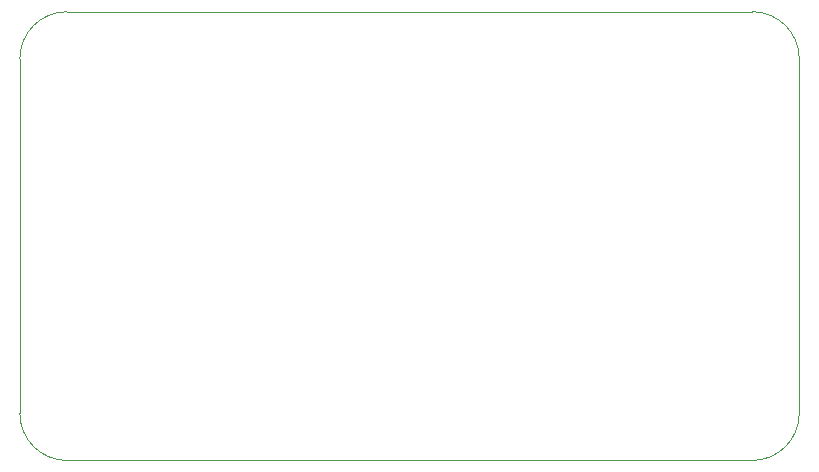
<source format=gbr>
%TF.GenerationSoftware,KiCad,Pcbnew,(5.1.6)-1*%
%TF.CreationDate,2020-06-23T15:14:12-07:00*%
%TF.ProjectId,LEDController,4c454443-6f6e-4747-926f-6c6c65722e6b,rev?*%
%TF.SameCoordinates,Original*%
%TF.FileFunction,Profile,NP*%
%FSLAX46Y46*%
G04 Gerber Fmt 4.6, Leading zero omitted, Abs format (unit mm)*
G04 Created by KiCad (PCBNEW (5.1.6)-1) date 2020-06-23 15:14:12*
%MOMM*%
%LPD*%
G01*
G04 APERTURE LIST*
%TA.AperFunction,Profile*%
%ADD10C,0.050000*%
%TD*%
G04 APERTURE END LIST*
D10*
X74000000Y-46000000D02*
G75*
G02*
X78000000Y-42000000I4000000J0D01*
G01*
X78000000Y-80000000D02*
G75*
G02*
X74000000Y-76000000I0J4000000D01*
G01*
X140000000Y-76000000D02*
G75*
G02*
X136000000Y-80000000I-4000000J0D01*
G01*
X136000000Y-42000000D02*
G75*
G02*
X140000000Y-46000000I0J-4000000D01*
G01*
X136000000Y-80000000D02*
X78000000Y-80000000D01*
X140000000Y-46000000D02*
X140000000Y-76000000D01*
X78000000Y-42000000D02*
X136000000Y-42000000D01*
X74000000Y-76000000D02*
X74000000Y-46000000D01*
M02*

</source>
